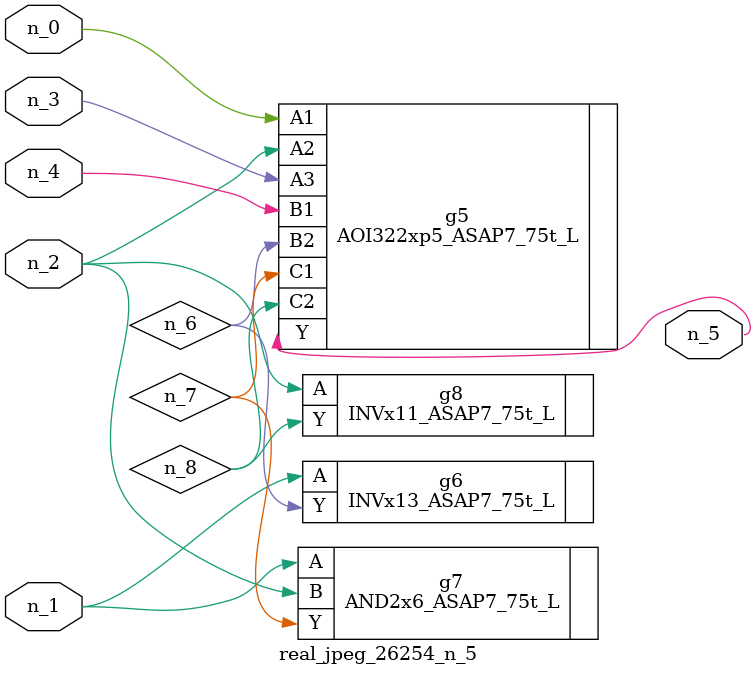
<source format=v>
module real_jpeg_26254_n_5 (n_4, n_0, n_1, n_2, n_3, n_5);

input n_4;
input n_0;
input n_1;
input n_2;
input n_3;

output n_5;

wire n_8;
wire n_6;
wire n_7;

AOI322xp5_ASAP7_75t_L g5 ( 
.A1(n_0),
.A2(n_2),
.A3(n_3),
.B1(n_4),
.B2(n_6),
.C1(n_7),
.C2(n_8),
.Y(n_5)
);

INVx13_ASAP7_75t_L g6 ( 
.A(n_1),
.Y(n_6)
);

AND2x6_ASAP7_75t_L g7 ( 
.A(n_1),
.B(n_2),
.Y(n_7)
);

INVx11_ASAP7_75t_L g8 ( 
.A(n_2),
.Y(n_8)
);


endmodule
</source>
